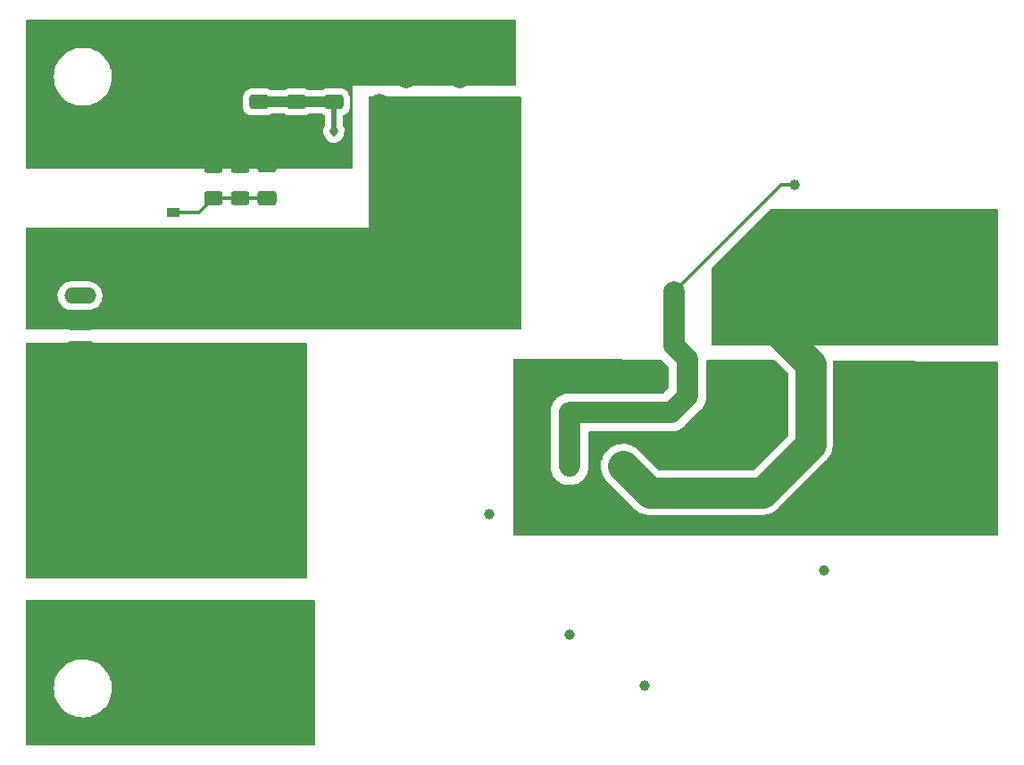
<source format=gtl>
G04 #@! TF.GenerationSoftware,KiCad,Pcbnew,(6.0.11)*
G04 #@! TF.CreationDate,2023-06-15T09:23:19+03:00*
G04 #@! TF.ProjectId,flyback_48V_48W,666c7962-6163-46b5-9f34-38565f343857,rev?*
G04 #@! TF.SameCoordinates,Original*
G04 #@! TF.FileFunction,Copper,L1,Top*
G04 #@! TF.FilePolarity,Positive*
%FSLAX46Y46*%
G04 Gerber Fmt 4.6, Leading zero omitted, Abs format (unit mm)*
G04 Created by KiCad (PCBNEW (6.0.11)) date 2023-06-15 09:23:19*
%MOMM*%
%LPD*%
G01*
G04 APERTURE LIST*
G04 Aperture macros list*
%AMRoundRect*
0 Rectangle with rounded corners*
0 $1 Rounding radius*
0 $2 $3 $4 $5 $6 $7 $8 $9 X,Y pos of 4 corners*
0 Add a 4 corners polygon primitive as box body*
4,1,4,$2,$3,$4,$5,$6,$7,$8,$9,$2,$3,0*
0 Add four circle primitives for the rounded corners*
1,1,$1+$1,$2,$3*
1,1,$1+$1,$4,$5*
1,1,$1+$1,$6,$7*
1,1,$1+$1,$8,$9*
0 Add four rect primitives between the rounded corners*
20,1,$1+$1,$2,$3,$4,$5,0*
20,1,$1+$1,$4,$5,$6,$7,0*
20,1,$1+$1,$6,$7,$8,$9,0*
20,1,$1+$1,$8,$9,$2,$3,0*%
G04 Aperture macros list end*
G04 #@! TA.AperFunction,ComponentPad*
%ADD10O,2.000000X2.000000*%
G04 #@! TD*
G04 #@! TA.AperFunction,ComponentPad*
%ADD11R,2.000000X2.000000*%
G04 #@! TD*
G04 #@! TA.AperFunction,ComponentPad*
%ADD12C,2.000000*%
G04 #@! TD*
G04 #@! TA.AperFunction,ConnectorPad*
%ADD13C,7.500000*%
G04 #@! TD*
G04 #@! TA.AperFunction,ComponentPad*
%ADD14C,4.700000*%
G04 #@! TD*
G04 #@! TA.AperFunction,ComponentPad*
%ADD15O,3.048000X1.524000*%
G04 #@! TD*
G04 #@! TA.AperFunction,SMDPad,CuDef*
%ADD16RoundRect,0.250000X-0.625000X0.400000X-0.625000X-0.400000X0.625000X-0.400000X0.625000X0.400000X0*%
G04 #@! TD*
G04 #@! TA.AperFunction,SMDPad,CuDef*
%ADD17RoundRect,0.249999X-1.425001X0.450001X-1.425001X-0.450001X1.425001X-0.450001X1.425001X0.450001X0*%
G04 #@! TD*
G04 #@! TA.AperFunction,ComponentPad*
%ADD18C,1.200000*%
G04 #@! TD*
G04 #@! TA.AperFunction,ComponentPad*
%ADD19R,1.200000X1.200000*%
G04 #@! TD*
G04 #@! TA.AperFunction,SMDPad,CuDef*
%ADD20R,1.200000X0.900000*%
G04 #@! TD*
G04 #@! TA.AperFunction,SMDPad,CuDef*
%ADD21RoundRect,0.250000X-0.650000X0.412500X-0.650000X-0.412500X0.650000X-0.412500X0.650000X0.412500X0*%
G04 #@! TD*
G04 #@! TA.AperFunction,ComponentPad*
%ADD22C,1.000000*%
G04 #@! TD*
G04 #@! TA.AperFunction,ViaPad*
%ADD23C,0.800000*%
G04 #@! TD*
G04 #@! TA.AperFunction,Conductor*
%ADD24C,1.000000*%
G04 #@! TD*
G04 #@! TA.AperFunction,Conductor*
%ADD25C,0.500000*%
G04 #@! TD*
G04 #@! TA.AperFunction,Conductor*
%ADD26C,0.300000*%
G04 #@! TD*
G04 #@! TA.AperFunction,Conductor*
%ADD27C,3.000000*%
G04 #@! TD*
G04 #@! TA.AperFunction,Conductor*
%ADD28C,2.000000*%
G04 #@! TD*
G04 APERTURE END LIST*
D10*
X152146000Y-72930000D03*
D11*
X157226000Y-72930000D03*
D12*
X141732000Y-36068000D03*
X136652000Y-36068000D03*
X134112000Y-38608000D03*
X134112000Y-43688000D03*
X154432000Y-64008000D03*
X159512000Y-64008000D03*
X162052000Y-56388000D03*
X162052000Y-61468000D03*
D13*
X116000000Y-94000000D03*
D14*
X116000000Y-94000000D03*
D15*
X105725000Y-61840000D03*
X105725000Y-56760000D03*
X105725000Y-59300000D03*
D16*
X120904000Y-47524000D03*
X120904000Y-44424000D03*
D14*
X186000000Y-54500000D03*
D13*
X186000000Y-54500000D03*
D17*
X116078000Y-81024000D03*
X116078000Y-87124000D03*
D16*
X118364000Y-47524000D03*
X118364000Y-44424000D03*
D18*
X171196000Y-64476000D03*
D19*
X171196000Y-59476000D03*
D20*
X114554000Y-52196000D03*
X114554000Y-48896000D03*
D21*
X123444000Y-47536500D03*
X123444000Y-44411500D03*
X126238000Y-35267500D03*
X126238000Y-38392500D03*
X186690000Y-63792500D03*
X186690000Y-60667500D03*
D22*
X144526000Y-77470000D03*
D21*
X179578000Y-63792500D03*
X179578000Y-60667500D03*
D13*
X186000000Y-70000000D03*
D14*
X186000000Y-70000000D03*
D22*
X103632000Y-80010000D03*
D21*
X183134000Y-63792500D03*
X183134000Y-60667500D03*
D17*
X110744000Y-81024000D03*
X110744000Y-87124000D03*
D22*
X173482000Y-46228000D03*
D14*
X116000000Y-36000000D03*
D13*
X116000000Y-36000000D03*
D21*
X122682000Y-35267500D03*
X122682000Y-38392500D03*
X129794000Y-35267500D03*
X129794000Y-38392500D03*
D22*
X152146000Y-88900000D03*
X176276000Y-82804000D03*
X159258000Y-93726000D03*
X119380000Y-54356000D03*
D23*
X129794000Y-41148000D03*
X121158000Y-80518000D03*
D24*
X122682000Y-38392500D02*
X129794000Y-38392500D01*
D25*
X129794000Y-38392500D02*
X129794000Y-41148000D01*
X129794000Y-41402000D02*
X129794000Y-41148000D01*
D26*
X116992000Y-48896000D02*
X118364000Y-47524000D01*
X114554000Y-48896000D02*
X116992000Y-48896000D01*
X118344000Y-94000000D02*
X116000000Y-94000000D01*
X116584000Y-80518000D02*
X116078000Y-81024000D01*
X121158000Y-80518000D02*
X116584000Y-80518000D01*
D27*
X175006000Y-70866000D02*
X175006000Y-63286000D01*
X170434000Y-75438000D02*
X175006000Y-70866000D01*
X159734000Y-75438000D02*
X170434000Y-75438000D01*
X175006000Y-63286000D02*
X171196000Y-59476000D01*
X157226000Y-72930000D02*
X159734000Y-75438000D01*
D28*
X161798000Y-67818000D02*
X152146000Y-67818000D01*
X163322000Y-66294000D02*
X161798000Y-67818000D01*
X152146000Y-67818000D02*
X152146000Y-72930000D01*
X163322000Y-62738000D02*
X163322000Y-66294000D01*
X162052000Y-61468000D02*
X163322000Y-62738000D01*
X162052000Y-56388000D02*
X162052000Y-61468000D01*
D26*
X172212000Y-46228000D02*
X173482000Y-46228000D01*
X162052000Y-56388000D02*
X172212000Y-46228000D01*
X120904000Y-47524000D02*
X118364000Y-47524000D01*
X120916500Y-47536500D02*
X120904000Y-47524000D01*
X123444000Y-47536500D02*
X120916500Y-47536500D01*
X122682000Y-38392500D02*
X122135500Y-38392500D01*
G04 #@! TA.AperFunction,Conductor*
G36*
X127196121Y-61234002D02*
G01*
X127242614Y-61287658D01*
X127254000Y-61340000D01*
X127254000Y-83440000D01*
X127233998Y-83508121D01*
X127180342Y-83554614D01*
X127128000Y-83566000D01*
X100726500Y-83566000D01*
X100658379Y-83545998D01*
X100611886Y-83492342D01*
X100600500Y-83440000D01*
X100600500Y-61340000D01*
X100620502Y-61271879D01*
X100674158Y-61225386D01*
X100726500Y-61214000D01*
X127128000Y-61214000D01*
X127196121Y-61234002D01*
G37*
G04 #@! TD.AperFunction*
G04 #@! TA.AperFunction,Conductor*
G36*
X127958121Y-85618002D02*
G01*
X128004614Y-85671658D01*
X128016000Y-85724000D01*
X128016000Y-99273500D01*
X127995998Y-99341621D01*
X127942342Y-99388114D01*
X127890000Y-99399500D01*
X100726500Y-99399500D01*
X100658379Y-99379498D01*
X100611886Y-99325842D01*
X100600500Y-99273500D01*
X100600500Y-93985572D01*
X103244511Y-93985572D01*
X103262735Y-94316712D01*
X103320608Y-94643265D01*
X103321713Y-94646890D01*
X103321714Y-94646895D01*
X103397475Y-94895471D01*
X103417294Y-94960500D01*
X103551391Y-95263821D01*
X103553332Y-95267083D01*
X103719017Y-95545576D01*
X103719021Y-95545582D01*
X103720957Y-95548836D01*
X103923536Y-95811415D01*
X104156193Y-96047756D01*
X104415558Y-96254434D01*
X104697874Y-96428455D01*
X104701321Y-96430044D01*
X104995607Y-96565713D01*
X104995617Y-96565717D01*
X104999051Y-96567300D01*
X105002651Y-96568459D01*
X105002658Y-96568462D01*
X105311119Y-96667795D01*
X105311122Y-96667796D01*
X105314728Y-96668957D01*
X105318444Y-96669676D01*
X105318452Y-96669678D01*
X105636613Y-96731234D01*
X105636622Y-96731235D01*
X105640332Y-96731953D01*
X105644108Y-96732220D01*
X105644113Y-96732221D01*
X105742748Y-96739205D01*
X105902279Y-96750500D01*
X106083386Y-96750500D01*
X106085252Y-96750388D01*
X106085269Y-96750387D01*
X106327262Y-96735798D01*
X106327266Y-96735798D01*
X106331040Y-96735570D01*
X106334762Y-96734890D01*
X106334764Y-96734890D01*
X106408632Y-96721399D01*
X106657285Y-96675987D01*
X106974009Y-96577641D01*
X107276625Y-96441958D01*
X107560748Y-96270902D01*
X107563732Y-96268575D01*
X107563739Y-96268570D01*
X107819268Y-96069287D01*
X107819270Y-96069285D01*
X107822263Y-96066951D01*
X108057382Y-95833060D01*
X108262699Y-95572617D01*
X108435240Y-95289393D01*
X108490021Y-95168909D01*
X108570937Y-94990945D01*
X108570940Y-94990937D01*
X108572506Y-94987493D01*
X108672509Y-94671288D01*
X108733799Y-94345359D01*
X108755489Y-94014428D01*
X108737265Y-93683288D01*
X108679392Y-93356735D01*
X108670852Y-93328712D01*
X108583815Y-93043139D01*
X108582706Y-93039500D01*
X108448609Y-92736179D01*
X108383004Y-92625907D01*
X108280983Y-92454424D01*
X108280979Y-92454418D01*
X108279043Y-92451164D01*
X108076464Y-92188585D01*
X107843807Y-91952244D01*
X107584442Y-91745566D01*
X107302126Y-91571545D01*
X107264174Y-91554049D01*
X107004393Y-91434287D01*
X107004383Y-91434283D01*
X107000949Y-91432700D01*
X106997349Y-91431541D01*
X106997342Y-91431538D01*
X106688881Y-91332205D01*
X106688878Y-91332204D01*
X106685272Y-91331043D01*
X106681556Y-91330324D01*
X106681548Y-91330322D01*
X106363387Y-91268766D01*
X106363378Y-91268765D01*
X106359668Y-91268047D01*
X106355892Y-91267780D01*
X106355887Y-91267779D01*
X106257252Y-91260795D01*
X106097721Y-91249500D01*
X105916614Y-91249500D01*
X105914748Y-91249612D01*
X105914731Y-91249613D01*
X105672738Y-91264202D01*
X105672734Y-91264202D01*
X105668960Y-91264430D01*
X105665238Y-91265110D01*
X105665236Y-91265110D01*
X105649155Y-91268047D01*
X105342715Y-91324013D01*
X105025991Y-91422359D01*
X104723375Y-91558042D01*
X104439252Y-91729098D01*
X104436268Y-91731425D01*
X104436261Y-91731430D01*
X104415103Y-91747931D01*
X104177737Y-91933049D01*
X103942618Y-92166940D01*
X103737301Y-92427383D01*
X103564760Y-92710607D01*
X103553133Y-92736179D01*
X103429063Y-93009055D01*
X103429060Y-93009063D01*
X103427494Y-93012507D01*
X103327491Y-93328712D01*
X103266201Y-93654641D01*
X103244511Y-93985572D01*
X100600500Y-93985572D01*
X100600500Y-85724000D01*
X100620502Y-85655879D01*
X100674158Y-85609386D01*
X100726500Y-85598000D01*
X127890000Y-85598000D01*
X127958121Y-85618002D01*
G37*
G04 #@! TD.AperFunction*
G04 #@! TA.AperFunction,Conductor*
G36*
X147008121Y-30620502D02*
G01*
X147054614Y-30674158D01*
X147066000Y-30726500D01*
X147066000Y-36704000D01*
X147045998Y-36772121D01*
X146992342Y-36818614D01*
X146940000Y-36830000D01*
X131572000Y-36830000D01*
X131572000Y-44578000D01*
X131551998Y-44646121D01*
X131498342Y-44692614D01*
X131446000Y-44704000D01*
X100726500Y-44704000D01*
X100658379Y-44683998D01*
X100611886Y-44630342D01*
X100600500Y-44578000D01*
X100600500Y-38878566D01*
X121181500Y-38878566D01*
X121184400Y-38921107D01*
X121229105Y-39100408D01*
X121232136Y-39106515D01*
X121232138Y-39106519D01*
X121270187Y-39183167D01*
X121311269Y-39265926D01*
X121427060Y-39409940D01*
X121571074Y-39525731D01*
X121623306Y-39551659D01*
X121730481Y-39604862D01*
X121730484Y-39604863D01*
X121736592Y-39607895D01*
X121743214Y-39609546D01*
X121910497Y-39651255D01*
X121910501Y-39651256D01*
X121915893Y-39652600D01*
X121932706Y-39653746D01*
X121956286Y-39655354D01*
X121956299Y-39655354D01*
X121958434Y-39655500D01*
X123405566Y-39655500D01*
X123407701Y-39655354D01*
X123407714Y-39655354D01*
X123431294Y-39653746D01*
X123448107Y-39652600D01*
X123453499Y-39651256D01*
X123453503Y-39651255D01*
X123620786Y-39609546D01*
X123627408Y-39607895D01*
X123633516Y-39604863D01*
X123633519Y-39604862D01*
X123740694Y-39551659D01*
X123792926Y-39525731D01*
X123799056Y-39520802D01*
X123799645Y-39520559D01*
X123803990Y-39517780D01*
X123804488Y-39518559D01*
X123864677Y-39493707D01*
X123878006Y-39493000D01*
X125041994Y-39493000D01*
X125110115Y-39513002D01*
X125120935Y-39520795D01*
X125127074Y-39525731D01*
X125179306Y-39551659D01*
X125286481Y-39604862D01*
X125286484Y-39604863D01*
X125292592Y-39607895D01*
X125299214Y-39609546D01*
X125466497Y-39651255D01*
X125466501Y-39651256D01*
X125471893Y-39652600D01*
X125488706Y-39653746D01*
X125512286Y-39655354D01*
X125512299Y-39655354D01*
X125514434Y-39655500D01*
X126961566Y-39655500D01*
X126963701Y-39655354D01*
X126963714Y-39655354D01*
X126987294Y-39653746D01*
X127004107Y-39652600D01*
X127009499Y-39651256D01*
X127009503Y-39651255D01*
X127176786Y-39609546D01*
X127183408Y-39607895D01*
X127189516Y-39604863D01*
X127189519Y-39604862D01*
X127296694Y-39551659D01*
X127348926Y-39525731D01*
X127355056Y-39520802D01*
X127355645Y-39520559D01*
X127359990Y-39517780D01*
X127360488Y-39518559D01*
X127420677Y-39493707D01*
X127434006Y-39493000D01*
X128597994Y-39493000D01*
X128666115Y-39513002D01*
X128676935Y-39520795D01*
X128683074Y-39525731D01*
X128848592Y-39607895D01*
X128855209Y-39609545D01*
X128861007Y-39611678D01*
X128918031Y-39653971D01*
X128943138Y-39720380D01*
X128943500Y-39729928D01*
X128943500Y-40585826D01*
X128927915Y-40646527D01*
X128869956Y-40751954D01*
X128868095Y-40757821D01*
X128868094Y-40757823D01*
X128840292Y-40845466D01*
X128810628Y-40938978D01*
X128788757Y-41133963D01*
X128805175Y-41329483D01*
X128859258Y-41518091D01*
X128862076Y-41523574D01*
X128946123Y-41687113D01*
X128946126Y-41687117D01*
X128948944Y-41692601D01*
X129057292Y-41829304D01*
X129066541Y-41842661D01*
X129112557Y-41919244D01*
X129239524Y-42053507D01*
X129392360Y-42157375D01*
X129398694Y-42159908D01*
X129398697Y-42159910D01*
X129557598Y-42223466D01*
X129557603Y-42223467D01*
X129563935Y-42226000D01*
X129655689Y-42241190D01*
X129739506Y-42255066D01*
X129739510Y-42255066D01*
X129746244Y-42256181D01*
X129753061Y-42255824D01*
X129753065Y-42255824D01*
X129908111Y-42247698D01*
X129930781Y-42246510D01*
X129937354Y-42244699D01*
X129937357Y-42244699D01*
X130102354Y-42199251D01*
X130108936Y-42197438D01*
X130272398Y-42111254D01*
X130413540Y-41991980D01*
X130525777Y-41845180D01*
X130532297Y-41831197D01*
X130551105Y-41802125D01*
X130615509Y-41727511D01*
X130712425Y-41556909D01*
X130774358Y-41370732D01*
X130798949Y-41176071D01*
X130799341Y-41148000D01*
X130780194Y-40952728D01*
X130778413Y-40946829D01*
X130778412Y-40946824D01*
X130725265Y-40770794D01*
X130723484Y-40764894D01*
X130659249Y-40644086D01*
X130644500Y-40584932D01*
X130644500Y-39729928D01*
X130664502Y-39661807D01*
X130718158Y-39615314D01*
X130726993Y-39611678D01*
X130732791Y-39609545D01*
X130739408Y-39607895D01*
X130904926Y-39525731D01*
X131048940Y-39409940D01*
X131164731Y-39265926D01*
X131205813Y-39183167D01*
X131243862Y-39106519D01*
X131243864Y-39106515D01*
X131246895Y-39100408D01*
X131291600Y-38921107D01*
X131294500Y-38878566D01*
X131294500Y-37906434D01*
X131291600Y-37863893D01*
X131283913Y-37833060D01*
X131248546Y-37691214D01*
X131246895Y-37684592D01*
X131243864Y-37678485D01*
X131243862Y-37678481D01*
X131191310Y-37572617D01*
X131164731Y-37519074D01*
X131048940Y-37375060D01*
X130904926Y-37259269D01*
X130822167Y-37218187D01*
X130745519Y-37180138D01*
X130745515Y-37180136D01*
X130739408Y-37177105D01*
X130710397Y-37169872D01*
X130565503Y-37133745D01*
X130565499Y-37133744D01*
X130560107Y-37132400D01*
X130543294Y-37131254D01*
X130519714Y-37129646D01*
X130519701Y-37129646D01*
X130517566Y-37129500D01*
X129070434Y-37129500D01*
X129068299Y-37129646D01*
X129068286Y-37129646D01*
X129044706Y-37131254D01*
X129027893Y-37132400D01*
X129022501Y-37133744D01*
X129022497Y-37133745D01*
X128877603Y-37169872D01*
X128848592Y-37177105D01*
X128842485Y-37180136D01*
X128842481Y-37180138D01*
X128765833Y-37218187D01*
X128683074Y-37259269D01*
X128676944Y-37264198D01*
X128676355Y-37264441D01*
X128672010Y-37267220D01*
X128671512Y-37266441D01*
X128611323Y-37291293D01*
X128597994Y-37292000D01*
X127434006Y-37292000D01*
X127365885Y-37271998D01*
X127355065Y-37264205D01*
X127348926Y-37259269D01*
X127266167Y-37218187D01*
X127189519Y-37180138D01*
X127189515Y-37180136D01*
X127183408Y-37177105D01*
X127154397Y-37169872D01*
X127009503Y-37133745D01*
X127009499Y-37133744D01*
X127004107Y-37132400D01*
X126987294Y-37131254D01*
X126963714Y-37129646D01*
X126963701Y-37129646D01*
X126961566Y-37129500D01*
X125514434Y-37129500D01*
X125512299Y-37129646D01*
X125512286Y-37129646D01*
X125488706Y-37131254D01*
X125471893Y-37132400D01*
X125466501Y-37133744D01*
X125466497Y-37133745D01*
X125321603Y-37169872D01*
X125292592Y-37177105D01*
X125286485Y-37180136D01*
X125286481Y-37180138D01*
X125209833Y-37218187D01*
X125127074Y-37259269D01*
X125120944Y-37264198D01*
X125120355Y-37264441D01*
X125116010Y-37267220D01*
X125115512Y-37266441D01*
X125055323Y-37291293D01*
X125041994Y-37292000D01*
X123878006Y-37292000D01*
X123809885Y-37271998D01*
X123799065Y-37264205D01*
X123792926Y-37259269D01*
X123710167Y-37218187D01*
X123633519Y-37180138D01*
X123633515Y-37180136D01*
X123627408Y-37177105D01*
X123598397Y-37169872D01*
X123453503Y-37133745D01*
X123453499Y-37133744D01*
X123448107Y-37132400D01*
X123431294Y-37131254D01*
X123407714Y-37129646D01*
X123407701Y-37129646D01*
X123405566Y-37129500D01*
X121958434Y-37129500D01*
X121956299Y-37129646D01*
X121956286Y-37129646D01*
X121932706Y-37131254D01*
X121915893Y-37132400D01*
X121910501Y-37133744D01*
X121910497Y-37133745D01*
X121765603Y-37169872D01*
X121736592Y-37177105D01*
X121730485Y-37180136D01*
X121730481Y-37180138D01*
X121653833Y-37218187D01*
X121571074Y-37259269D01*
X121427060Y-37375060D01*
X121311269Y-37519074D01*
X121284690Y-37572617D01*
X121232138Y-37678481D01*
X121232136Y-37678485D01*
X121229105Y-37684592D01*
X121227454Y-37691214D01*
X121192088Y-37833060D01*
X121184400Y-37863893D01*
X121181500Y-37906434D01*
X121181500Y-38878566D01*
X100600500Y-38878566D01*
X100600500Y-35985572D01*
X103244511Y-35985572D01*
X103262735Y-36316712D01*
X103320608Y-36643265D01*
X103321713Y-36646890D01*
X103321714Y-36646895D01*
X103397475Y-36895471D01*
X103417294Y-36960500D01*
X103551391Y-37263821D01*
X103556256Y-37271998D01*
X103719017Y-37545576D01*
X103719021Y-37545582D01*
X103720957Y-37548836D01*
X103923536Y-37811415D01*
X104156193Y-38047756D01*
X104415558Y-38254434D01*
X104697874Y-38428455D01*
X104701321Y-38430044D01*
X104995607Y-38565713D01*
X104995617Y-38565717D01*
X104999051Y-38567300D01*
X105002651Y-38568459D01*
X105002658Y-38568462D01*
X105311119Y-38667795D01*
X105311122Y-38667796D01*
X105314728Y-38668957D01*
X105318444Y-38669676D01*
X105318452Y-38669678D01*
X105636613Y-38731234D01*
X105636622Y-38731235D01*
X105640332Y-38731953D01*
X105644108Y-38732220D01*
X105644113Y-38732221D01*
X105742748Y-38739205D01*
X105902279Y-38750500D01*
X106083386Y-38750500D01*
X106085252Y-38750388D01*
X106085269Y-38750387D01*
X106327262Y-38735798D01*
X106327266Y-38735798D01*
X106331040Y-38735570D01*
X106334762Y-38734890D01*
X106334764Y-38734890D01*
X106408632Y-38721399D01*
X106657285Y-38675987D01*
X106974009Y-38577641D01*
X107276625Y-38441958D01*
X107560748Y-38270902D01*
X107563732Y-38268575D01*
X107563739Y-38268570D01*
X107819268Y-38069287D01*
X107819270Y-38069285D01*
X107822263Y-38066951D01*
X108057382Y-37833060D01*
X108179243Y-37678481D01*
X108260349Y-37575598D01*
X108262699Y-37572617D01*
X108435240Y-37289393D01*
X108506621Y-37132400D01*
X108570937Y-36990945D01*
X108570940Y-36990937D01*
X108572506Y-36987493D01*
X108672509Y-36671288D01*
X108733799Y-36345359D01*
X108755489Y-36014428D01*
X108737265Y-35683288D01*
X108679392Y-35356735D01*
X108670852Y-35328712D01*
X108583815Y-35043139D01*
X108582706Y-35039500D01*
X108448609Y-34736179D01*
X108383004Y-34625907D01*
X108280983Y-34454424D01*
X108280979Y-34454418D01*
X108279043Y-34451164D01*
X108076464Y-34188585D01*
X107843807Y-33952244D01*
X107584442Y-33745566D01*
X107302126Y-33571545D01*
X107264174Y-33554049D01*
X107004393Y-33434287D01*
X107004383Y-33434283D01*
X107000949Y-33432700D01*
X106997349Y-33431541D01*
X106997342Y-33431538D01*
X106688881Y-33332205D01*
X106688878Y-33332204D01*
X106685272Y-33331043D01*
X106681556Y-33330324D01*
X106681548Y-33330322D01*
X106363387Y-33268766D01*
X106363378Y-33268765D01*
X106359668Y-33268047D01*
X106355892Y-33267780D01*
X106355887Y-33267779D01*
X106257252Y-33260795D01*
X106097721Y-33249500D01*
X105916614Y-33249500D01*
X105914748Y-33249612D01*
X105914731Y-33249613D01*
X105672738Y-33264202D01*
X105672734Y-33264202D01*
X105668960Y-33264430D01*
X105665238Y-33265110D01*
X105665236Y-33265110D01*
X105649155Y-33268047D01*
X105342715Y-33324013D01*
X105025991Y-33422359D01*
X104723375Y-33558042D01*
X104439252Y-33729098D01*
X104436268Y-33731425D01*
X104436261Y-33731430D01*
X104415103Y-33747931D01*
X104177737Y-33933049D01*
X103942618Y-34166940D01*
X103737301Y-34427383D01*
X103564760Y-34710607D01*
X103553133Y-34736179D01*
X103429063Y-35009055D01*
X103429060Y-35009063D01*
X103427494Y-35012507D01*
X103327491Y-35328712D01*
X103266201Y-35654641D01*
X103244511Y-35985572D01*
X100600500Y-35985572D01*
X100600500Y-30726500D01*
X100620502Y-30658379D01*
X100674158Y-30611886D01*
X100726500Y-30600500D01*
X146940000Y-30600500D01*
X147008121Y-30620502D01*
G37*
G04 #@! TD.AperFunction*
G04 #@! TA.AperFunction,Conductor*
G36*
X147516121Y-37866002D02*
G01*
X147562614Y-37919658D01*
X147574000Y-37972000D01*
X147574000Y-59818000D01*
X147553998Y-59886121D01*
X147500342Y-59932614D01*
X147448000Y-59944000D01*
X100726500Y-59944000D01*
X100658379Y-59923998D01*
X100611886Y-59870342D01*
X100600500Y-59818000D01*
X100600500Y-56695585D01*
X103597092Y-56695585D01*
X103605767Y-56926647D01*
X103606862Y-56931865D01*
X103633483Y-57058738D01*
X103653249Y-57152944D01*
X103738180Y-57368006D01*
X103858134Y-57565682D01*
X104009678Y-57740322D01*
X104013809Y-57743709D01*
X104184353Y-57883548D01*
X104184359Y-57883552D01*
X104188481Y-57886932D01*
X104193117Y-57889571D01*
X104193120Y-57889573D01*
X104302497Y-57951834D01*
X104389430Y-58001319D01*
X104606779Y-58080212D01*
X104612028Y-58081161D01*
X104612031Y-58081162D01*
X104830230Y-58120619D01*
X104830238Y-58120620D01*
X104834314Y-58121357D01*
X104852098Y-58122196D01*
X104857062Y-58122430D01*
X104857069Y-58122430D01*
X104858550Y-58122500D01*
X106545056Y-58122500D01*
X106717397Y-58107877D01*
X106722561Y-58106537D01*
X106722565Y-58106536D01*
X106936043Y-58051127D01*
X106936042Y-58051127D01*
X106941206Y-58049787D01*
X107152028Y-57954819D01*
X107343834Y-57825687D01*
X107511142Y-57666084D01*
X107649165Y-57480573D01*
X107753959Y-57274459D01*
X107793314Y-57147717D01*
X107820943Y-57058738D01*
X107820944Y-57058732D01*
X107822527Y-57053635D01*
X107852908Y-56824415D01*
X107844233Y-56593353D01*
X107817588Y-56466365D01*
X107797848Y-56372283D01*
X107797847Y-56372280D01*
X107796751Y-56367056D01*
X107711820Y-56151994D01*
X107591866Y-55954318D01*
X107440322Y-55779678D01*
X107340702Y-55697994D01*
X107265647Y-55636452D01*
X107265641Y-55636448D01*
X107261519Y-55633068D01*
X107256883Y-55630429D01*
X107256880Y-55630427D01*
X107065213Y-55521324D01*
X107060570Y-55518681D01*
X106843221Y-55439788D01*
X106837972Y-55438839D01*
X106837969Y-55438838D01*
X106619770Y-55399381D01*
X106619762Y-55399380D01*
X106615686Y-55398643D01*
X106597902Y-55397804D01*
X106592938Y-55397570D01*
X106592931Y-55397570D01*
X106591450Y-55397500D01*
X104904944Y-55397500D01*
X104732603Y-55412123D01*
X104727439Y-55413463D01*
X104727435Y-55413464D01*
X104626015Y-55439788D01*
X104508794Y-55470213D01*
X104297972Y-55565181D01*
X104106166Y-55694313D01*
X103938858Y-55853916D01*
X103800835Y-56039427D01*
X103696041Y-56245541D01*
X103661757Y-56355953D01*
X103629057Y-56461262D01*
X103629056Y-56461268D01*
X103627473Y-56466365D01*
X103597092Y-56695585D01*
X100600500Y-56695585D01*
X100600500Y-50418000D01*
X100620502Y-50349879D01*
X100674158Y-50303386D01*
X100726500Y-50292000D01*
X133096000Y-50292000D01*
X133096000Y-37972000D01*
X133116002Y-37903879D01*
X133169658Y-37857386D01*
X133222000Y-37846000D01*
X147448000Y-37846000D01*
X147516121Y-37866002D01*
G37*
G04 #@! TD.AperFunction*
G04 #@! TA.AperFunction,Conductor*
G36*
X192737621Y-48534002D02*
G01*
X192784114Y-48587658D01*
X192795500Y-48640000D01*
X192795500Y-61342000D01*
X192775498Y-61410121D01*
X192721842Y-61456614D01*
X192669500Y-61468000D01*
X165734000Y-61468000D01*
X165665879Y-61447998D01*
X165619386Y-61394342D01*
X165608000Y-61342000D01*
X165608000Y-54228400D01*
X165628002Y-54160279D01*
X165644905Y-54139305D01*
X171233305Y-48550905D01*
X171295617Y-48516879D01*
X171322400Y-48514000D01*
X192669500Y-48514000D01*
X192737621Y-48534002D01*
G37*
G04 #@! TD.AperFunction*
G04 #@! TA.AperFunction,Conductor*
G36*
X153557461Y-62774860D02*
G01*
X160800645Y-62814441D01*
X160868655Y-62834815D01*
X160889051Y-62851343D01*
X161484595Y-63446886D01*
X161518620Y-63509199D01*
X161521500Y-63535982D01*
X161521500Y-65496019D01*
X161501498Y-65564140D01*
X161484595Y-65585114D01*
X161089114Y-65980595D01*
X161026802Y-66014621D01*
X161000019Y-66017500D01*
X152164993Y-66017500D01*
X152163344Y-66017489D01*
X152040451Y-66015880D01*
X152040448Y-66015880D01*
X152035774Y-66015819D01*
X152031138Y-66016450D01*
X152031137Y-66016450D01*
X151961534Y-66025922D01*
X151953882Y-66026726D01*
X151883789Y-66031935D01*
X151883772Y-66031938D01*
X151879123Y-66032283D01*
X151830640Y-66043254D01*
X151819842Y-66045206D01*
X151770605Y-66051907D01*
X151698647Y-66072880D01*
X151691224Y-66074800D01*
X151618109Y-66091345D01*
X151571781Y-66109361D01*
X151561417Y-66112879D01*
X151513683Y-66126792D01*
X151509444Y-66128746D01*
X151509442Y-66128747D01*
X151445605Y-66158177D01*
X151438519Y-66161184D01*
X151373054Y-66186641D01*
X151373050Y-66186643D01*
X151368691Y-66188338D01*
X151325533Y-66213005D01*
X151315795Y-66218020D01*
X151270652Y-66238831D01*
X151207953Y-66279939D01*
X151201413Y-66283945D01*
X151136350Y-66321132D01*
X151097332Y-66351891D01*
X151088418Y-66358309D01*
X151050759Y-66382999D01*
X151050752Y-66383004D01*
X151046851Y-66385562D01*
X150990924Y-66435479D01*
X150985044Y-66440412D01*
X150926189Y-66486810D01*
X150892139Y-66523007D01*
X150884274Y-66530668D01*
X150847197Y-66563760D01*
X150844208Y-66567353D01*
X150844204Y-66567358D01*
X150799271Y-66621385D01*
X150794177Y-66627143D01*
X150742825Y-66681731D01*
X150740161Y-66685571D01*
X150740157Y-66685576D01*
X150714500Y-66722561D01*
X150707847Y-66731310D01*
X150676075Y-66769512D01*
X150673651Y-66773507D01*
X150673645Y-66773515D01*
X150637193Y-66833585D01*
X150633003Y-66840038D01*
X150596822Y-66892194D01*
X150590286Y-66901615D01*
X150588224Y-66905797D01*
X150588219Y-66905805D01*
X150568311Y-66946176D01*
X150563024Y-66955814D01*
X150537244Y-66998298D01*
X150535437Y-67002607D01*
X150535435Y-67002611D01*
X150508264Y-67067407D01*
X150505083Y-67074389D01*
X150471924Y-67141629D01*
X150470498Y-67146084D01*
X150456774Y-67188956D01*
X150452969Y-67199268D01*
X150435562Y-67240779D01*
X150435558Y-67240792D01*
X150433755Y-67245091D01*
X150432606Y-67249616D01*
X150415307Y-67317729D01*
X150413192Y-67325104D01*
X150390338Y-67396503D01*
X150389587Y-67401116D01*
X150389586Y-67401119D01*
X150382350Y-67445548D01*
X150380115Y-67456299D01*
X150367881Y-67504470D01*
X150363474Y-67548240D01*
X150360374Y-67579029D01*
X150359369Y-67586661D01*
X150348074Y-67656013D01*
X150348073Y-67656025D01*
X150347322Y-67660636D01*
X150347261Y-67665312D01*
X150346672Y-67710311D01*
X150346049Y-67721288D01*
X150345500Y-67726741D01*
X150345500Y-67799007D01*
X150345489Y-67800656D01*
X150343819Y-67928226D01*
X150344450Y-67932860D01*
X150344735Y-67937525D01*
X150344715Y-67937526D01*
X150345500Y-67949111D01*
X150345500Y-72832413D01*
X150344866Y-72845036D01*
X150341070Y-72882736D01*
X150341294Y-72887403D01*
X150341294Y-72887408D01*
X150345355Y-72971949D01*
X150345500Y-72977994D01*
X150345500Y-72997944D01*
X150348501Y-73038319D01*
X150348699Y-73041567D01*
X150353909Y-73150041D01*
X150354821Y-73154625D01*
X150354822Y-73154635D01*
X150357025Y-73165710D01*
X150359099Y-73180948D01*
X150360283Y-73196877D01*
X150374343Y-73259010D01*
X150384246Y-73302776D01*
X150384932Y-73306003D01*
X150405205Y-73407925D01*
X150405207Y-73407932D01*
X150406118Y-73412512D01*
X150407697Y-73416909D01*
X150411513Y-73427536D01*
X150415820Y-73442312D01*
X150419345Y-73457891D01*
X150421037Y-73462241D01*
X150458709Y-73559114D01*
X150459864Y-73562205D01*
X150491235Y-73649581D01*
X150496549Y-73664383D01*
X150498763Y-73668503D01*
X150504111Y-73678457D01*
X150510547Y-73692418D01*
X150516338Y-73707309D01*
X150570251Y-73801639D01*
X150571803Y-73804439D01*
X150623215Y-73900121D01*
X150632773Y-73912920D01*
X150641207Y-73925783D01*
X150649132Y-73939650D01*
X150689419Y-73990753D01*
X150716348Y-74024912D01*
X150718357Y-74027531D01*
X150780538Y-74110803D01*
X150780547Y-74110813D01*
X150783335Y-74114547D01*
X150786643Y-74117826D01*
X150786648Y-74117832D01*
X150791383Y-74122525D01*
X150794682Y-74125796D01*
X150804925Y-74137272D01*
X150811916Y-74146141D01*
X150811921Y-74146147D01*
X150814810Y-74149811D01*
X150818212Y-74153011D01*
X150893908Y-74224219D01*
X150896281Y-74226511D01*
X150973390Y-74302950D01*
X150986273Y-74312396D01*
X150998093Y-74322227D01*
X151009731Y-74333175D01*
X151098986Y-74395093D01*
X151101632Y-74396981D01*
X151189205Y-74461192D01*
X151193343Y-74463369D01*
X151203337Y-74468627D01*
X151216482Y-74476603D01*
X151229615Y-74485714D01*
X151326295Y-74533391D01*
X151327013Y-74533745D01*
X151329953Y-74535243D01*
X151406932Y-74575744D01*
X151426039Y-74585797D01*
X151435275Y-74589023D01*
X151441117Y-74591063D01*
X151455302Y-74597011D01*
X151469629Y-74604076D01*
X151474078Y-74605500D01*
X151474085Y-74605503D01*
X151537117Y-74625679D01*
X151573100Y-74637197D01*
X151576168Y-74638224D01*
X151678690Y-74674026D01*
X151683280Y-74674897D01*
X151683286Y-74674899D01*
X151694370Y-74677003D01*
X151709285Y-74680791D01*
X151720043Y-74684235D01*
X151720052Y-74684237D01*
X151724503Y-74685662D01*
X151775332Y-74693940D01*
X151831687Y-74703118D01*
X151834935Y-74703691D01*
X151937016Y-74723072D01*
X151937022Y-74723073D01*
X151941606Y-74723943D01*
X151957573Y-74724571D01*
X151972878Y-74726112D01*
X151984015Y-74727926D01*
X151984022Y-74727927D01*
X151988636Y-74728678D01*
X152097205Y-74730100D01*
X152100460Y-74730184D01*
X152145963Y-74731972D01*
X152204346Y-74734266D01*
X152204351Y-74734266D01*
X152209013Y-74734449D01*
X152216388Y-74733641D01*
X152224893Y-74732710D01*
X152240259Y-74731972D01*
X152251549Y-74732120D01*
X152251552Y-74732120D01*
X152256226Y-74732181D01*
X152309923Y-74724873D01*
X152363813Y-74717539D01*
X152367087Y-74717137D01*
X152470387Y-74705824D01*
X152475035Y-74705315D01*
X152490497Y-74701244D01*
X152505570Y-74698247D01*
X152516755Y-74696725D01*
X152516761Y-74696724D01*
X152521395Y-74696093D01*
X152525888Y-74694783D01*
X152525890Y-74694783D01*
X152573894Y-74680791D01*
X152625652Y-74665705D01*
X152628775Y-74664839D01*
X152696354Y-74647046D01*
X152729306Y-74638371D01*
X152729308Y-74638370D01*
X152733829Y-74637180D01*
X152738128Y-74635333D01*
X152738131Y-74635332D01*
X152748501Y-74630877D01*
X152762980Y-74625679D01*
X152773821Y-74622519D01*
X152773828Y-74622516D01*
X152778317Y-74621208D01*
X152782558Y-74619253D01*
X152782563Y-74619251D01*
X152876936Y-74575744D01*
X152879950Y-74574402D01*
X152975407Y-74533391D01*
X152975410Y-74533389D01*
X152979710Y-74531542D01*
X152993296Y-74523135D01*
X153006838Y-74515858D01*
X153021348Y-74509169D01*
X153112211Y-74449596D01*
X153114880Y-74447896D01*
X153207275Y-74390720D01*
X153219468Y-74380398D01*
X153231791Y-74371196D01*
X153233543Y-74370047D01*
X153245149Y-74362438D01*
X153326148Y-74290144D01*
X153328637Y-74287980D01*
X153407960Y-74220828D01*
X153407961Y-74220827D01*
X153411526Y-74217809D01*
X153414605Y-74214298D01*
X153414612Y-74214291D01*
X153422061Y-74205797D01*
X153432894Y-74194869D01*
X153436125Y-74191985D01*
X153444803Y-74184240D01*
X153514231Y-74100762D01*
X153516350Y-74098282D01*
X153584890Y-74020126D01*
X153584890Y-74020125D01*
X153587976Y-74016607D01*
X153596620Y-74003168D01*
X153605714Y-73990765D01*
X153615925Y-73978488D01*
X153672254Y-73885660D01*
X153673991Y-73882882D01*
X153730215Y-73795471D01*
X153730217Y-73795467D01*
X153732747Y-73791534D01*
X153739307Y-73776972D01*
X153746466Y-73763366D01*
X153752325Y-73753710D01*
X153752330Y-73753699D01*
X153754756Y-73749702D01*
X153796744Y-73649573D01*
X153798055Y-73646555D01*
X153840742Y-73551794D01*
X153842661Y-73547534D01*
X153843929Y-73543039D01*
X153843931Y-73543033D01*
X153846998Y-73532159D01*
X153852067Y-73517644D01*
X153856436Y-73507225D01*
X153856439Y-73507216D01*
X153858245Y-73502909D01*
X153868574Y-73462241D01*
X153876787Y-73429901D01*
X153884985Y-73397619D01*
X153885820Y-73394505D01*
X153915302Y-73289969D01*
X153915890Y-73285343D01*
X153915894Y-73285326D01*
X153917319Y-73274122D01*
X153920188Y-73259010D01*
X153922966Y-73248071D01*
X153922967Y-73248068D01*
X153924119Y-73243530D01*
X153934998Y-73135486D01*
X153935368Y-73132241D01*
X153948676Y-73027642D01*
X153948678Y-73027615D01*
X153949075Y-73024495D01*
X153949832Y-72995607D01*
X153951466Y-72933160D01*
X153951549Y-72930000D01*
X153946846Y-72866712D01*
X153946500Y-72857375D01*
X153946500Y-69744500D01*
X153966502Y-69676379D01*
X154020158Y-69629886D01*
X154072500Y-69618500D01*
X161741872Y-69618500D01*
X161749015Y-69618703D01*
X161824836Y-69623009D01*
X161824842Y-69623009D01*
X161829511Y-69623274D01*
X161945990Y-69612571D01*
X161948137Y-69612394D01*
X162060207Y-69604065D01*
X162060220Y-69604063D01*
X162064877Y-69603717D01*
X162069435Y-69602686D01*
X162069440Y-69602685D01*
X162072229Y-69602054D01*
X162088506Y-69599476D01*
X162091336Y-69599216D01*
X162091339Y-69599216D01*
X162096001Y-69598787D01*
X162100554Y-69597673D01*
X162209615Y-69570987D01*
X162211753Y-69570483D01*
X162321337Y-69545686D01*
X162321343Y-69545684D01*
X162325891Y-69544655D01*
X162332917Y-69541923D01*
X162348626Y-69536970D01*
X162351405Y-69536290D01*
X162351406Y-69536290D01*
X162355945Y-69535179D01*
X162464212Y-69490886D01*
X162466252Y-69490072D01*
X162575309Y-69447662D01*
X162581852Y-69443923D01*
X162596648Y-69436705D01*
X162603632Y-69433848D01*
X162704189Y-69374022D01*
X162706086Y-69372916D01*
X162803593Y-69317187D01*
X162803595Y-69317185D01*
X162807650Y-69314868D01*
X162813573Y-69310199D01*
X162827140Y-69300875D01*
X162829604Y-69299409D01*
X162833621Y-69297019D01*
X162924265Y-69222959D01*
X162925937Y-69221618D01*
X163014143Y-69152082D01*
X163014146Y-69152079D01*
X163017811Y-69149190D01*
X163091224Y-69071150D01*
X163093904Y-69068388D01*
X164555441Y-67606850D01*
X164560635Y-67601942D01*
X164617311Y-67551357D01*
X164617313Y-67551355D01*
X164620803Y-67548240D01*
X164695679Y-67458210D01*
X164697023Y-67456624D01*
X164770350Y-67371526D01*
X164770354Y-67371520D01*
X164773403Y-67367982D01*
X164777424Y-67361608D01*
X164787112Y-67348275D01*
X164788935Y-67346083D01*
X164791925Y-67342488D01*
X164852641Y-67242432D01*
X164853780Y-67240591D01*
X164886359Y-67188956D01*
X164916204Y-67141654D01*
X164919238Y-67134760D01*
X164926844Y-67120149D01*
X164928328Y-67117703D01*
X164930756Y-67113702D01*
X164976016Y-67005770D01*
X164976884Y-67003750D01*
X165019981Y-66905805D01*
X165023985Y-66896705D01*
X165025211Y-66892207D01*
X165025216Y-66892194D01*
X165025969Y-66889431D01*
X165031329Y-66873863D01*
X165032441Y-66871211D01*
X165034245Y-66866909D01*
X165063044Y-66753512D01*
X165063604Y-66751385D01*
X165093146Y-66643027D01*
X165093146Y-66643025D01*
X165094376Y-66638515D01*
X165095262Y-66631031D01*
X165098262Y-66614847D01*
X165098966Y-66612072D01*
X165098967Y-66612066D01*
X165100119Y-66607530D01*
X165104527Y-66563760D01*
X165111839Y-66491136D01*
X165112078Y-66488950D01*
X165125281Y-66377395D01*
X165125830Y-66372757D01*
X165122559Y-66265690D01*
X165122500Y-66261842D01*
X165122500Y-62964747D01*
X165142502Y-62896626D01*
X165196158Y-62850133D01*
X165249186Y-62838750D01*
X171571239Y-62873296D01*
X171639248Y-62893670D01*
X171659641Y-62910196D01*
X172285426Y-63535982D01*
X172868595Y-64119151D01*
X172902621Y-64181463D01*
X172905500Y-64208246D01*
X172905500Y-69943754D01*
X172885498Y-70011875D01*
X172868595Y-70032849D01*
X169600849Y-73300595D01*
X169538537Y-73334621D01*
X169511754Y-73337500D01*
X160656245Y-73337500D01*
X160588124Y-73317498D01*
X160567150Y-73300595D01*
X158661899Y-71395343D01*
X158660372Y-71393816D01*
X158498927Y-71252980D01*
X158384404Y-71177752D01*
X158263131Y-71098090D01*
X158263128Y-71098088D01*
X158259553Y-71095740D01*
X158001053Y-70972441D01*
X157996970Y-70971138D01*
X157996965Y-70971136D01*
X157732301Y-70886671D01*
X157732297Y-70886670D01*
X157728211Y-70885366D01*
X157446075Y-70836126D01*
X157346434Y-70832472D01*
X157164160Y-70825788D01*
X157164154Y-70825788D01*
X157159868Y-70825631D01*
X157155602Y-70826057D01*
X157155596Y-70826057D01*
X156879151Y-70853650D01*
X156874883Y-70854076D01*
X156747621Y-70884629D01*
X156600569Y-70919933D01*
X156600564Y-70919935D01*
X156596397Y-70920935D01*
X156592399Y-70922494D01*
X156592395Y-70922495D01*
X156459557Y-70974286D01*
X156329561Y-71024969D01*
X156325823Y-71027050D01*
X156325820Y-71027051D01*
X156083062Y-71162169D01*
X156083059Y-71162171D01*
X156079313Y-71164256D01*
X155850283Y-71336217D01*
X155847238Y-71339230D01*
X155847236Y-71339232D01*
X155649753Y-71534657D01*
X155649748Y-71534663D01*
X155646710Y-71537669D01*
X155567381Y-71641053D01*
X155502096Y-71726134D01*
X155472361Y-71764885D01*
X155330462Y-72013660D01*
X155328865Y-72017634D01*
X155328863Y-72017637D01*
X155251072Y-72211149D01*
X155223638Y-72279393D01*
X155153867Y-72557165D01*
X155122439Y-72841834D01*
X155129935Y-73128136D01*
X155130628Y-73132366D01*
X155130628Y-73132369D01*
X155174068Y-73397636D01*
X155176219Y-73410772D01*
X155260432Y-73684511D01*
X155262239Y-73688403D01*
X155262239Y-73688404D01*
X155376981Y-73935593D01*
X155381017Y-73944288D01*
X155535742Y-74185297D01*
X155548304Y-74200005D01*
X155680451Y-74354730D01*
X155680458Y-74354737D01*
X155682070Y-74356625D01*
X158161866Y-76836421D01*
X158171105Y-76846736D01*
X158184215Y-76863100D01*
X158201235Y-76879251D01*
X158267886Y-76942501D01*
X158270248Y-76944803D01*
X158299629Y-76974184D01*
X158318012Y-76990219D01*
X158321899Y-76993757D01*
X158391962Y-77060245D01*
X158411395Y-77074209D01*
X158422986Y-77082538D01*
X158432289Y-77089912D01*
X158457837Y-77112199D01*
X158457846Y-77112206D01*
X158461073Y-77115021D01*
X158541768Y-77168027D01*
X158546117Y-77171016D01*
X158561194Y-77181850D01*
X158624543Y-77227371D01*
X158628331Y-77229377D01*
X158628338Y-77229381D01*
X158658300Y-77245245D01*
X158668517Y-77251286D01*
X158700448Y-77272261D01*
X158787610Y-77313835D01*
X158792325Y-77316207D01*
X158873858Y-77359377D01*
X158873862Y-77359379D01*
X158877653Y-77361386D01*
X158901870Y-77370248D01*
X158913528Y-77374514D01*
X158924473Y-77379115D01*
X158942017Y-77387483D01*
X158958948Y-77395559D01*
X159050933Y-77424915D01*
X159055913Y-77426620D01*
X159146610Y-77459810D01*
X159150794Y-77460722D01*
X159150800Y-77460724D01*
X159177211Y-77466482D01*
X159183933Y-77467948D01*
X159195389Y-77471017D01*
X159231790Y-77482634D01*
X159236007Y-77483370D01*
X159236011Y-77483371D01*
X159326909Y-77499235D01*
X159332088Y-77500251D01*
X159422248Y-77519909D01*
X159422250Y-77519909D01*
X159426436Y-77520822D01*
X159464544Y-77523822D01*
X159476281Y-77525304D01*
X159513925Y-77531874D01*
X159566780Y-77533812D01*
X159610392Y-77535412D01*
X159615658Y-77535715D01*
X159633022Y-77537081D01*
X159651053Y-77538500D01*
X159692322Y-77538500D01*
X159696939Y-77538585D01*
X159795840Y-77542212D01*
X159795846Y-77542212D01*
X159800132Y-77542369D01*
X159804398Y-77541943D01*
X159804404Y-77541943D01*
X159832653Y-77539123D01*
X159845167Y-77538500D01*
X170311174Y-77538500D01*
X170325001Y-77539261D01*
X170341576Y-77541091D01*
X170341577Y-77541091D01*
X170345834Y-77541561D01*
X170350114Y-77541449D01*
X170350115Y-77541449D01*
X170461104Y-77538543D01*
X170464402Y-77538500D01*
X170505992Y-77538500D01*
X170508131Y-77538354D01*
X170508137Y-77538354D01*
X170517432Y-77537720D01*
X170530325Y-77536841D01*
X170535573Y-77536593D01*
X170632136Y-77534065D01*
X170636373Y-77533371D01*
X170636375Y-77533371D01*
X170669849Y-77527890D01*
X170681637Y-77526526D01*
X170715459Y-77524220D01*
X170715463Y-77524219D01*
X170719737Y-77523928D01*
X170769060Y-77513714D01*
X170814268Y-77504352D01*
X170819456Y-77503390D01*
X170910546Y-77488473D01*
X170910545Y-77488473D01*
X170914772Y-77487781D01*
X170918861Y-77486523D01*
X170918874Y-77486520D01*
X170951292Y-77476546D01*
X170962771Y-77473598D01*
X171000186Y-77465850D01*
X171091215Y-77433615D01*
X171096202Y-77431966D01*
X171188511Y-77403568D01*
X171223177Y-77387476D01*
X171234146Y-77383000D01*
X171270158Y-77370248D01*
X171355980Y-77325952D01*
X171360668Y-77323655D01*
X171448288Y-77282983D01*
X171480441Y-77262341D01*
X171490706Y-77256415D01*
X171520846Y-77240859D01*
X171520851Y-77240856D01*
X171524658Y-77238891D01*
X171528159Y-77236431D01*
X171528173Y-77236422D01*
X171603674Y-77183358D01*
X171608005Y-77180447D01*
X171689297Y-77128258D01*
X171692552Y-77125478D01*
X171692556Y-77125475D01*
X171718346Y-77103448D01*
X171727724Y-77096174D01*
X171755459Y-77076681D01*
X171755461Y-77076679D01*
X171758976Y-77074209D01*
X171829730Y-77008460D01*
X171833604Y-77005008D01*
X171860625Y-76981930D01*
X171889784Y-76952771D01*
X171893108Y-76949566D01*
X171965633Y-76882172D01*
X171965636Y-76882169D01*
X171968776Y-76879251D01*
X171989483Y-76853952D01*
X171997892Y-76844663D01*
X176404426Y-72438130D01*
X176414741Y-72428891D01*
X176427742Y-72418475D01*
X176431100Y-72415785D01*
X176510483Y-72332133D01*
X176512784Y-72329772D01*
X176542184Y-72300372D01*
X176543590Y-72298761D01*
X176543609Y-72298740D01*
X176558237Y-72281971D01*
X176561757Y-72278102D01*
X176628245Y-72208038D01*
X176650541Y-72177011D01*
X176657914Y-72167708D01*
X176680203Y-72142157D01*
X176683020Y-72138928D01*
X176736035Y-72058220D01*
X176738999Y-72053906D01*
X176795371Y-71975457D01*
X176813249Y-71941690D01*
X176819291Y-71931476D01*
X176837899Y-71903149D01*
X176837906Y-71903136D01*
X176840260Y-71899553D01*
X176881826Y-71812409D01*
X176884197Y-71807695D01*
X176927381Y-71726134D01*
X176927382Y-71726133D01*
X176929386Y-71722347D01*
X176942520Y-71686458D01*
X176947115Y-71675526D01*
X176961711Y-71644926D01*
X176961713Y-71644922D01*
X176963558Y-71641053D01*
X176992912Y-71549074D01*
X176994619Y-71544088D01*
X177026335Y-71457421D01*
X177026336Y-71457419D01*
X177027810Y-71453390D01*
X177035948Y-71416066D01*
X177039021Y-71404600D01*
X177049327Y-71372307D01*
X177049328Y-71372304D01*
X177050634Y-71368211D01*
X177067234Y-71273093D01*
X177068250Y-71267914D01*
X177087909Y-71177752D01*
X177087909Y-71177750D01*
X177088822Y-71173564D01*
X177091822Y-71135456D01*
X177093304Y-71123719D01*
X177099874Y-71086075D01*
X177103412Y-70989608D01*
X177103715Y-70984342D01*
X177106306Y-70951408D01*
X177106500Y-70948947D01*
X177106500Y-70907678D01*
X177106585Y-70903061D01*
X177110212Y-70804160D01*
X177110212Y-70804154D01*
X177110369Y-70799868D01*
X177107123Y-70767347D01*
X177106500Y-70754833D01*
X177106500Y-63408835D01*
X177107261Y-63395008D01*
X177109092Y-63378424D01*
X177109092Y-63378423D01*
X177109562Y-63374166D01*
X177106543Y-63258874D01*
X177106500Y-63255576D01*
X177106500Y-63214008D01*
X177104842Y-63189687D01*
X177104593Y-63184420D01*
X177102065Y-63087864D01*
X177095951Y-63050527D01*
X177104682Y-62980071D01*
X177150119Y-62925519D01*
X177220983Y-62904169D01*
X192670190Y-62988591D01*
X192738199Y-63008965D01*
X192784398Y-63062874D01*
X192795500Y-63114589D01*
X192795500Y-79376000D01*
X192775498Y-79444121D01*
X192721842Y-79490614D01*
X192669500Y-79502000D01*
X146938000Y-79502000D01*
X146869879Y-79481998D01*
X146823386Y-79428342D01*
X146812000Y-79376000D01*
X146812000Y-62864690D01*
X146832002Y-62796569D01*
X146885658Y-62750076D01*
X146938688Y-62738692D01*
X153557461Y-62774860D01*
G37*
G04 #@! TD.AperFunction*
M02*

</source>
